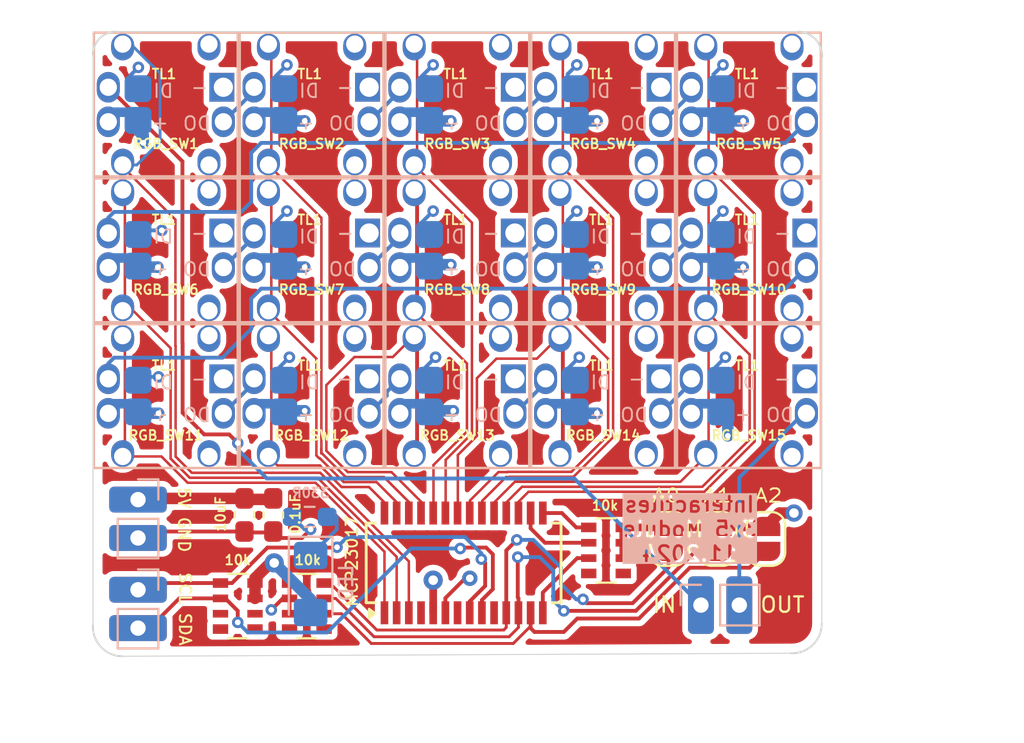
<source format=kicad_pcb>
(kicad_pcb (version 20240108) (generator "pcbnew") (generator_version "8.0")
  (layers (0 "F.Cu" signal) (1 "In1.Cu" power) (2 "In2.Cu" power) (31 "B.Cu" signal) (34 "B.Paste" user) (35 "F.Paste" user) (36 "B.SilkS" user "B.Silkscreen") (37 "F.SilkS" user "F.Silkscreen") (38 "B.Mask" user) (39 "F.Mask" user) (44 "Edge.Cuts" user))
  (net 0 "")
  (net 1 "+5V")
  (net 2 "Net-(D1-Pad1)")
  (net 3 "GND")
  (net 4 "SW2")
  (net 5 "SW5")
  (net 6 "SW8")
  (net 7 "SW10")
  (net 8 "SW9")
  (net 9 "SW15")
  (net 10 "SW12")
  (net 11 "SW11")
  (net 12 "SW1")
  (net 13 "SW6")
  (net 14 "SW4")
  (net 15 "SW3")
  (net 16 "SW14")
  (net 17 "SW13")
  (net 18 "SW7")
  (net 19 "LED_OUT")
  (net 20 "LED_IN")
  (net 21 "Net-(RGB_SW2-DIN)")
  (net 22 "Net-(RGB_SW3-DIN)")
  (net 23 "Net-(RGB_SW10-DIN)")
  (net 24 "Net-(RGB_SW4-DIN)")
  (net 25 "Net-(RGB_SW5-DIN)")
  (net 26 "Net-(RGB_SW6-DIN)")
  (net 27 "Net-(RGB_SW11-DIN)")
  (net 28 "Net-(RGB_SW8-DIN)")
  (net 29 "Net-(RGB_SW7-DIN)")
  (net 30 "Net-(RGB_SW9-DIN)")
  (net 31 "Net-(RGB_SW12-DIN)")
  (net 32 "Net-(RGB_SW13-DIN)")
  (net 33 "Net-(RGB_SW14-DIN)")
  (net 34 "Net-(RGB_SW15-DIN)")
  (net 35 "SDA")
  (net 36 "SCL")
  (net 44 "Net-(JP2-A)")
  (net 45 "Net-(JP1-A)")
  (net 46 "Net-(JP3-A)")
  (net 47 "Net-(RN2-R1.1)")
  (net 48 "Net-(RN2-R2.1)")
  (net 49 "Net-(RN2-R3.1)")
  (footprint "Resistor_SMD:R_Array_Convex_4x0603" (layer "F.Cu") (at 112.670995 86.17)
    (property "Reference" "10k")
    (property "Value" "R_Pack04")
  )
  (footprint "Package_SO:SSOP-28_3.9x9.9mm_P0.635mm" (layer "F.Cu") (at 124.448496 83.919998 90)
    (property "Reference" "U1" (hide yes))
    (property "Value" "MCP23017_ML")
  )
  (footprint "SilvansFootprintLibrary:TL1_RBG_Adressable_1_mini" (layer "F.Cu") (at 131.720995 60.02)
    (property "Reference" "RGB_SW4")
    (property "Value" "PLB_RGB_SW")
  )
  (footprint "SilvansFootprintLibrary:TL1_RBG_Adressable_1_mini" (layer "F.Cu") (at 124.120995 67.62)
    (property "Reference" "RGB_SW8")
    (property "Value" "PLB_RGB_SW")
  )
  (footprint "SilvansFootprintLibrary:TL1_RBG_Adressable_1_mini" (layer "F.Cu") (at 108.920995 67.62)
    (property "Reference" "RGB_SW6")
    (property "Value" "PLB_RGB_SW")
  )
  (footprint "Resistor_SMD:R_Array_Convex_4x0603" (layer "F.Cu") (at 116.270995 86.17)
    (property "Reference" "10k")
    (property "Value" "R_Pack04")
  )
  (footprint "SilvansFootprintLibrary:TL1_RBG_Adressable_1_mini" (layer "F.Cu") (at 139.320995 67.62)
    (property "Reference" "RGB_SW10")
    (property "Value" "PLB_RGB_SW")
  )
  (footprint "SilvansFootprintLibrary:TL1_RBG_Adressable_1_mini" (layer "F.Cu") (at 131.720995 67.62)
    (property "Reference" "RGB_SW9")
    (property "Value" "PLB_RGB_SW")
  )
  (footprint "Capacitor_SMD:C_0603_1608Metric_Pad1.08x0.95mm_HandSolder" (layer "F.Cu") (at 114.520995 81.42 -90)
    (property "Reference" "C2" (hide yes))
    (property "Value" "0.1uF")
  )
  (footprint "SilvansFootprintLibrary:TL1_RBG_Adressable_1_mini" (layer "F.Cu") (at 139.320995 60.02)
    (property "Reference" "RGB_SW5")
    (property "Value" "PLB_RGB_SW")
  )
  (footprint "SilvansFootprintLibrary:TL1_RBG_Adressable_1_mini" (layer "F.Cu") (at 131.720995 75.22)
    (property "Reference" "RGB_SW14")
    (property "Value" "PLB_RGB_SW")
  )
  (footprint "SilvansFootprintLibrary:TL1_RBG_Adressable_1_mini" (layer "F.Cu") (at 139.320995 75.22)
    (property "Reference" "RGB_SW15")
    (property "Value" "PLB_RGB_SW")
  )
  (footprint "SilvansFootprintLibrary:TL1_RBG_Adressable_1_mini" (layer "F.Cu") (at 108.920995 60.02)
    (property "Reference" "RGB_SW1")
    (property "Value" "PLB_RGB_SW")
  )
  (footprint "Jumper:SolderJumper-2_P1.3mm_Open_RoundedPad1.0x1.5mm" (layer "F.Cu") (at 140.210995 82.669999 90)
    (property "Reference" "JP3" (hide yes))
    (property "Value" "SolderJumper_2_Open")
  )
  (footprint "Jumper:SolderJumper-2_P1.3mm_Open_RoundedPad1.0x1.5mm" (layer "F.Cu") (at 135.130994 82.669996 90)
    (property "Reference" "JP1" (hide yes))
    (property "Value" "SolderJumper_2_Open")
  )
  (footprint "Capacitor_SMD:C_0603_1608Metric_Pad1.08x0.95mm_HandSolder" (layer "F.Cu") (at 113.020995 81.42 -90)
    (property "Reference" "C1" (hide yes))
    (property "Value" "10uF")
  )
  (footprint "Jumper:SolderJumper-2_P1.3mm_Open_RoundedPad1.0x1.5mm" (layer "F.Cu") (at 137.670995 82.67 90)
    (property "Reference" "JP2" (hide yes))
    (property "Value" "SolderJumper_2_Open")
  )
  (footprint "SilvansFootprintLibrary:TL1_RBG_Adressable_1_mini" (layer "F.Cu") (at 124.120995 75.22)
    (property "Reference" "RGB_SW13")
    (property "Value" "PLB_RGB_SW")
  )
  (footprint "SilvansFootprintLibrary:TL1_RBG_Adressable_1_mini" (layer "F.Cu") (at 116.520995 60.02)
    (property "Reference" "RGB_SW2")
    (property "Value" "PLB_RGB_SW")
  )
  (footprint "Resistor_SMD:R_Array_Convex_4x0603" (layer "F.Cu") (at 131.870995 83.27)
    (property "Reference" "RN2" (hide yes))
    (property "Value" "R_Pack04")
  )
  (footprint "SilvansFootprintLibrary:TL1_RBG_Adressable_1_mini" (layer "F.Cu") (at 116.520995 67.62)
    (property "Reference" "RGB_SW7")
    (property "Value" "PLB_RGB_SW")
  )
  (footprint "SilvansFootprintLibrary:TL1_RBG_Adressable_1_mini" (layer "F.Cu") (at 108.920995 75.22)
    (property "Reference" "RGB_SW11")
    (property "Value" "PLB_RGB_SW")
  )
  (footprint "SilvansFootprintLibrary:TL1_RBG_Adressable_1_mini" (layer "F.Cu") (at 124.120995 60.02)
    (property "Reference" "RGB_SW3")
    (property "Value" "PLB_RGB_SW")
  )
  (footprint "SilvansFootprintLibrary:TL1_RBG_Adressable_1_mini" (layer "F.Cu") (at 116.520995 75.22)
    (property "Reference" "RGB_SW12")
    (property "Value" "PLB_RGB_SW")
  )
  (footprint "Connector_PinHeader_2.00mm:PinHeader_1x02_P2.00mm_Vertical" (layer "B.Cu") (at 107.470995 80.62 180)
    (property "Reference" "J1" (hide yes))
    (property "Value" "PINHD_1x2_Male")
  )
  (footprint "Connector_PinHeader_2.00mm:PinHeader_1x02_P2.00mm_Vertical" (layer "B.Cu") (at 136.820995 86.12 -90)
    (property "Reference" "J4" (hide yes))
    (property "Value" "PINHD_1x2_Female")
  )
  (footprint "Connector_PinHeader_2.00mm:PinHeader_1x02_P2.00mm_Vertical" (layer "B.Cu") (at 107.470995 85.32 180)
    (property "Reference" "J2" (hide yes))
    (property "Value" "PINHD_1x2_Female")
  )
  (footprint "LED_SMD:LED_1206_3216Metric_Pad1.42x1.75mm_HandSolder" (layer "B.Cu") (at 116.470995 85.02 -90)
    (property "Reference" "LED")
    (property "Value" "LED")
  )
  (footprint "Resistor_SMD:R_0603_1608Metric_Pad0.98x0.95mm_HandSolder" (layer "B.Cu") (at 116.420995 81.52 180)
    (property "Reference" "R1" (hide yes))
    (property "Value" "330R")
  )
  (gr_line (start 105.120995 57.42) (end 105.120995 87.183342) (stroke (width 0.05)) (layer "Edge.Cuts"))
  (gr_arc (start 141.870997 56.22) (mid 142.784434 56.6091) (end 143.136715 57.537359) (stroke (width 0.1)) (layer "Edge.Cuts"))
  (gr_line (start 106.319523 56.218528) (end 141.870997 56.22) (stroke (width 0.05)) (layer "Edge.Cuts"))
  (gr_arc (start 143.120995 87.069999) (mid 142.653311 88.193585) (end 141.516655 88.62854) (stroke (width 0.1)) (layer "Edge.Cuts"))
  (gr_line (start 106.679535 88.787684) (end 141.516655 88.62854) (stroke (width 0.05)) (layer "Edge.Cuts"))
  (gr_line (start 143.136715 57.537359) (end 143.120995 87.069999) (stroke (width 0.05)) (layer "Edge.Cuts"))
  (gr_arc (start 105.119523 57.418528) (mid 105.470995 56.57) (end 106.319523 56.218528) (stroke (width 0.1)) (layer "Edge.Cuts"))
  (gr_arc (start 106.679535 88.787684) (mid 105.555947 88.32) (end 105.120995 87.183342) (stroke (width 0.1)) (layer "Edge.Cuts"))
  (gr_text "-" (at 118.770995 67.12 0) (layer "B.SilkS") (effects (font (size 0.7 0.7) (thickness 0.1)) (justify left bottom mirror)))
  (gr_text "Interactiles\n3x5 Module\n11.2024" (at 136.220995 83.92 0) (layer "B.SilkS" knockout) (effects (font (size 0.8 0.8) (thickness 0.14) (bold yes)) (justify bottom mirror)))
  (gr_text "-" (at 126.370995 67.12 0) (layer "B.SilkS") (effects (font (size 0.7 0.7) (thickness 0.1)) (justify left bottom mirror)))
  (gr_text "-" (at 126.370995 59.52 0) (layer "B.SilkS") (effects (font (size 0.7 0.7) (thickness 0.1)) (justify left bottom mirror)))
  (gr_text "-" (at 133.970995 59.52 0) (layer "B.SilkS") (effects (font (size 0.7 0.7) (thickness 0.1)) (justify left bottom mirror)))
  (gr_text "-" (at 118.770995 59.52 0) (layer "B.SilkS") (effects (font (size 0.7 0.7) (thickness 0.1)) (justify left bottom mirror)))
  (gr_text "-" (at 133.970995 67.12 0) (layer "B.SilkS") (effects (font (size 0.7 0.7) (thickness 0.1)) (justify left bottom mirror)))
  (gr_text "-" (at 141.570995 59.52 0) (layer "B.SilkS") (effects (font (size 0.7 0.7) (thickness 0.1)) (justify left bottom mirror)))
  (gr_text "MCP23017" (at 118.970995 86.27 90) (layer "F.SilkS") (effects (font (size 0.6 0.6) (thickness 0.1)) (justify left bottom)))
  (gr_text "SCL SDA" (at 109.570995 86.32 270) (layer "F.SilkS") (effects (font (size 0.6 0.6) (thickness 0.1)) (justify bottom)))
  (gr_text "OUT" (at 141.070995 86.57 0) (layer "F.SilkS") (effects (font (size 0.8 0.8) (thickness 0.12)) (justify bottom)))
  (gr_text "A0  A1  A2" (at 134.220995 80.82 0) (layer "F.SilkS") (effects (font (size 0.7 0.8) (thickness 0.1)) (justify left bottom)))
  (gr_text "IN" (at 134.920995 86.57 0) (layer "F.SilkS") (effects (font (size 0.8 0.8) (thickness 0.12)) (justify bottom)))
  (gr_text "5V GND" (at 109.520995 79.92 270) (layer "F.SilkS") (effects (font (size 0.6 0.6) (thickness 0.1)) (justify left bottom)))
  (gr_text "10k" (at 131.820995 81.22 0) (layer "F.SilkS") (effects (font (size 0.5 0.5) (thickness 0.1)) (justify bottom)))
  (segment (start 141.670995 81.32) (end 140.910994 81.32) (width 0.6) (layer "F.Cu") (net 1))
  (segment (start 140.160994 82.07) (end 140.210995 82.019999) (width 0.6) (layer "F.Cu") (net 1))
  (segment (start 140.910994 81.32) (end 140.210995 82.019999) (width 0.6) (layer "F.Cu") (net 1))
  (segment (start 132.770995 82.07) (end 140.160994 82.07) (width 0.4) (layer "F.Cu") (net 1))
  (segment (start 132.770995 82.07) (end 132.770995 83.67) (width 0.4) (layer "F.Cu") (net 1))
  (segment (start 112.720995 80.5575) (end 107.533495 80.5575) (width 0.6) (layer "F.Cu") (net 1))
  (segment (start 113.570995 85.77) (end 113.570995 84.72) (width 0.6) (layer "F.Cu") (net 1))
  (segment (start 114.370995 83.92) (end 114.570995 83.92) (width 0.6) (layer "F.Cu") (net 1))
  (segment (start 113.570995 84.72) (end 114.370995 83.92) (width 0.6) (layer "F.Cu") (net 1))
  (segment (start 122.860996 84.82) (end 122.860996 86.519998) (width 0.4) (layer "F.Cu") (net 1))
  (segment (start 113.020995 80.6075) (end 114.520995 80.6075) (width 0.6) (layer "F.Cu") (net 1))
  (segment (start 107.533495 80.5575) (end 107.470995 80.62) (width 0.6) (layer "F.Cu") (net 1))
  (via (at 107.743995 62.019) (size 0.6) (drill 0.3) (layers "F.Cu" "B.Cu") (net 1))
  (via (at 116.161586 75.989) (size 0.6) (drill 0.3) (layers "F.Cu" "B.Cu") (net 1))
  (via (at 114.570995 83.92) (size 1) (drill 0.5) (layers "F.Cu" "B.Cu") (net 1))
  (via (at 131.401586 60.876) (size 0.6) (drill 0.3) (layers "F.Cu" "B.Cu") (net 1))
  (via (at 123.908586 75.989) (size 0.6) (drill 0.3) (layers "F.Cu" "B.Cu") (net 1))
  (via (at 141.670995 81.32) (size 0.9) (drill 0.5) (layers "F.Cu" "B.Cu") (net 1))
  (via (at 108.505995 68.496) (size 0.6) (drill 0.3) (layers "F.Cu" "B.Cu") (net 1))
  (via (at 131.401586 76.116) (size 0.6) (drill 0.3) (layers "F.Cu" "B.Cu") (net 1))
  (via (at 108.541586 76.116) (size 0.6) (drill 0.3) (layers "F.Cu" "B.Cu") (net 1))
  (via (at 131.401586 68.496) (size 0.6) (drill 0.3) (layers "F.Cu" "B.Cu") (net 1))
  (via (at 116.161586 68.496) (size 0.6) (drill 0.3) (layers "F.Cu" "B.Cu") (net 1))
  (via (at 123.781586 60.876) (size 0.6) (drill 0.3) (layers "F.Cu" "B.Cu") (net 1))
  (via (at 116.161586 60.876) (size 0.6) (drill 0.3) (layers "F.Cu" "B.Cu") (net 1))
  (via (at 123.781586 68.369) (size 0.6) (drill 0.3) (layers "F.Cu" "B.Cu") (net 1))
  (via (at 138.223994 77.294591) (size 0.6) (drill 0.3) (layers "F.Cu" "B.Cu") (net 1))
  (via (at 122.860996 84.82) (size 1) (drill 0.5) (layers "F.Cu" "B.Cu") (net 1))
  (via (at 139.021586 68.496) (size 0.6) (drill 0.3) (layers "F.Cu" "B.Cu") (net 1))
  (via (at 139.021586 60.876) (size 0.6) (drill 0.3) (layers "F.Cu" "B.Cu") (net 1))
  (segment (start 131.401586 76.116) (end 130.568403 76.116) (width 0.6) (layer "B.Cu") (net 1))
  (segment (start 107.743995 62.019) (end 107.743995 61.643) (width 0.6) (layer "B.Cu") (net 1))
  (segment (start 139.021586 60.876) (end 138.188403 60.876) (width 0.6) (layer "B.Cu") (net 1))
  (segment (start 116.161586 60.876) (end 115.328403 60.876) (width 0.6) (layer "B.Cu") (net 1))
  (segment (start 108.505995 68.496) (end 107.672812 68.496) (width 0.6) (layer "B.Cu") (net 1))
  (segment (start 107.743995 61.643) (end 107.070995 60.97) (width 0.6) (layer "B.Cu") (net 1))
  (segment (start 123.781586 68.369) (end 122.948403 68.369) (width 0.6) (layer "B.Cu") (net 1))
  (segment (start 114.570995 83.92) (end 116.470994 85.819999) (width 0.6) (layer "B.Cu") (net 1))
  (segment (start 131.401586 68.496) (end 130.568403 68.496) (width 0.6) (layer "B.Cu") (net 1))
  (segment (start 108.541586 76.116) (end 107.708403 76.116) (width 0.6) (layer "B.Cu") (net 1))
  (segment (start 107.672812 68.496) (end 107.598812 68.57) (width 0.6) (layer "B.Cu") (net 1))
  (segment (start 123.781586 60.876) (end 122.948403 60.876) (width 0.6) (layer "B.Cu") (net 1))
  (segment (start 116.470994 85.819999) (end 116.470994 86.5075) (width 0.6) (layer "B.Cu") (net 1))
  (segment (start 116.161586 68.496) (end 115.328403 68.496) (width 0.6) (layer "B.Cu") (net 1))
  (segment (start 123.908586 75.989) (end 123.075403 75.989) (width 0.6) (layer "B.Cu") (net 1))
  (segment (start 116.161586 75.989) (end 115.328403 75.989) (width 0.6) (layer "B.Cu") (net 1))
  (segment (start 139.021586 68.496) (end 138.188403 68.496) (width 0.6) (layer "B.Cu") (net 1))
  (segment (start 122.982995 68.57) (end 122.270995 68.57) (width 0.6) (layer "B.Cu") (net 1))
  (segment (start 137.570995 68.57) (end 137.470995 68.57) (width 0.6) (layer "B.Cu") (net 1))
  (segment (start 108.597995 80.62) (end 107.470995 80.62) (width 0.6) (layer "B.Cu") (net 1))
  (segment (start 137.570995 76.17) (end 137.470995 76.17) (width 0.6) (layer "B.Cu") (net 1))
  (segment (start 107.534997 80.684002) (end 107.470995 80.62) (width 0.6) (layer "B.Cu") (net 1))
  (segment (start 131.401586 60.876) (end 130.568403 60.876) (width 0.6) (layer "B.Cu") (net 1))
  (segment (start 138.223994 77.294591) (end 138.223995 76.461408) (width 0.6) (layer "B.Cu") (net 1))
  (segment (start 117.833495 82.170001) (end 116.470996 83.5325) (width 0.2) (layer "B.Cu") (net 2))
  (segment (start 117.833495 81.52) (end 117.833495 82.170001) (width 0.2) (layer "B.Cu") (net 2))
  (segment (start 115.020996 85.769999) (end 115.370992 85.769999) (width 0.2) (layer "F.Cu") (net 3))
  (segment (start 124.530994 84.72) (end 123.495997 85.754997) (width 0.2) (layer "F.Cu") (net 3))
  (segment (start 114.520995 82.3325) (end 113.020995 82.3325) (width 0.2) (layer "F.Cu") (net 3))
  (segment (start 114.858495 82.62) (end 114.520995 82.2825) (width 0.2) (layer "F.Cu") (net 3))
  (segment (start 115.370994 84.969999) (end 115.370995 86.569999) (width 0.2) (layer "F.Cu") (net 3))
  (segment (start 114.420995 86.37) (end 115.020996 85.769999) (width 0.2) (layer "F.Cu") (net 3))
  (segment (start 116.470995 82.17) (end 116.020995 82.62) (width 0.2) (layer "F.Cu") (net 3))
  (segment (start 116.020995 82.62) (end 114.858495 82.62) (width 0.2) (layer "F.Cu") (net 3))
  (segment (start 123.495997 85.754997) (end 123.495997 86.520002) (width 0.2) (layer "F.Cu") (net 3))
  (segment (start 124.770995 84.72) (end 124.530994 84.72) (width 0.2) (layer "F.Cu") (net 3))
  (segment (start 112.720995 82.2825) (end 107.808495 82.2825) (width 0.2) (layer "F.Cu") (net 3))
  (segment (start 107.808495 82.2825) (end 107.470995 82.62) (width 0.2) (layer "F.Cu") (net 3))
  (via (at 138.096995 73.195) (size 0.6) (drill 0.3) (layers "F.Cu" "B.Cu") (net 3))
  (via (at 115.236995 65.575) (size 0.6) (drill 0.3) (layers "F.Cu" "B.Cu") (net 3))
  (via (at 115.236995 57.955) (size 0.6) (drill 0.3) (layers "F.Cu" "B.Cu") (net 3))
  (via (at 130.476995 73.195) (size 0.6) (drill 0.3) (layers "F.Cu" "B.Cu") (net 3))
  (via (at 107.489995 58.082) (size 0.6) (drill 0.3) (layers "F.Cu" "B.Cu") (net 3))
  (via (at 122.856995 57.955) (size 0.6) (drill 0.3) (layers "F.Cu" "B.Cu") (net 3))
  (via (at 130.349995 65.575) (size 0.6) (drill 0.3) (layers "F.Cu" "B.Cu") (net 3))
  (via (at 124.770995 84.72) (size 0.8) (drill 0.4) (layers "F.Cu" "B.Cu") (net 3))
  (via (at 122.983995 73.195) (size 0.6) (drill 0.3) (layers "F.Cu" "B.Cu") (net 3))
  (via (at 116.470995 82.17) (size 0.6) (drill 0.3) (layers "F.Cu" "B.Cu") (net 3))
  (via (at 130.349995 57.955) (size 0.6) (drill 0.3) (layers "F.Cu" "B.Cu") (net 3))
  (via (at 108.70976 66.581235) (size 0.6) (drill 0.3) (layers "F.Cu" "B.Cu") (net 3))
  (via (at 137.969995 65.575) (size 0.6) (drill 0.3) (layers "F.Cu" "B.Cu") (net 3))
  (via (at 114.420995 86.37) (size 0.6) (drill 0.3) (layers "F.Cu" "B.Cu") (net 3))
  (via (at 108.540995 74.22) (size 0.6) (drill 0.3) (layers "F.Cu" "B.Cu") (net 3))
  (via (at 122.856995 65.575) (size 0.6) (drill 0.3) (layers "F.Cu" "B.Cu") (net 3))
  (via (at 115.363995 73.195) (size 0.6) (drill 0.3) (layers "F.Cu" "B.Cu") (net 3))
  (via (at 137.969995 57.955) (size 0.6) (drill 0.3) (layers "F.Cu" "B.Cu") (net 3))
  (segment (start 107.220995 74.22) (end 107.070995 74.37) (width 0.2) (layer "B.Cu") (net 3))
  (segment (start 137.470995 58.454) (end 137.969995 57.955) (width 0.2) (layer "B.Cu") (net 3))
  (segment (start 107.489995 58.082) (end 107.070995 58.501) (width 0.2) (layer "B.Cu") (net 3))
  (segment (start 129.870995 58.434) (end 130.349995 57.955) (width 0.2) (layer "B.Cu") (net 3))
  (segment (start 129.870995 66.054) (end 130.349995 65.575) (width 0.2) (layer "B.Cu") (net 3))
  (segment (start 137.470995 73.821) (end 138.096995 73.195) (width 0.2) (layer "B.Cu") (net 3))
  (segment (start 137.470995 66.77) (end 137.470995 66.074) (width 0.2) (layer "B.Cu") (net 3))
  (segment (start 122.270995 74.37) (end 122.270995 73.908) (width 0.2) (layer "B.Cu") (net 3))
  (segment (start 122.270995 59.17) (end 122.270995 58.541) (width 0.2) (layer "B.Cu") (net 3))
  (segment (start 122.270995 66.161) (end 122.856995 65.575) (width 0.2) (layer "B.Cu") (net 3))
  (segment (start 129.870995 59.17) (end 129.870995 58.434) (width 0.2) (layer "B.Cu") (net 3))
  (segment (start 114.670995 66.77) (end 114.670995 66.141) (width 0.2) (layer "B.Cu") (net 3))
  (segment (start 116.470995 82.17) (end 116.158495 82.17) (width 0.2) (layer "B.Cu") (net 3))
  (segment (start 107.070995 58.501) (end 107.070995 59.17) (width 0.2) (layer "B.Cu") (net 3))
  (segment (start 137.470995 59.17) (end 137.470995 58.454) (width 0.2) (layer "B.Cu") (net 3))
  (segment (start 137.470995 66.074) (end 137.969995 65.575) (width 0.2) (layer "B.Cu") (net 3))
  (segment (start 108.540995 74.22) (end 107.220995 74.22) (width 0.2) (layer "B.Cu") (net 3))
  (segment (start 108.70976 66.581235) (end 107.25976 66.581235) (width 0.2) (layer "B.Cu") (net 3))
  (segment (start 129.870995 74.37) (end 129.870995 73.801) (width 0.2) (layer "B.Cu") (net 3))
  (segment (start 137.470995 74.37) (end 137.470995 73.821) (width 0.2) (layer "B.Cu") (net 3))
  (segment (start 122.270995 58.541) (end 122.856995 57.955) (width 0.2) (layer "B.Cu") (net 3))
  (segment (start 114.670995 66.141) (end 115.236995 65.575) (width 0.2) (layer "B.Cu") (net 3))
  (segment (start 122.270995 73.908) (end 122.983995 73.195) (width 0.2) (layer "B.Cu") (net 3))
  (segment (start 129.870995 73.801) (end 130.476995 73.195) (width 0.2) (layer "B.Cu") (net 3))
  (segment (start 116.158495 82.17) (end 115.508495 81.52) (width 0.2) (layer "B.Cu") (net 3))
  (segment (start 122.270995 66.77) (end 122.270995 66.161) (width 0.2) (layer "B.Cu") (net 3))
  (segment (start 114.670995 58.521) (end 115.236995 57.955) (width 0.2) (layer "B.Cu") (net 3))
  (segment (start 129.870995 66.77) (end 129.870995 66.054) (width 0.2) (layer "B.Cu") (net 3))
  (segment (start 107.25976 66.581235) (end 107.070995 66.77) (width 0.2) (layer "B.Cu") (net 3))
  (segment (start 114.670995 59.17) (end 114.670995 58.521) (width 0.2) (layer "B.Cu") (net 3))
  (segment (start 114.670995 74.37) (end 114.670995 73.888) (width 0.2) (layer "B.Cu") (net 3))
  (segment (start 114.670995 73.888) (end 115.363995 73.195) (width 0.2) (layer "B.Cu") (net 3))
  (segment (start 117.030995 65.93) (end 114.270995 63.17) (width 0.13) (layer "F.Cu") (net 4))
  (segment (start 117.030995 78.21) (end 117.030995 77.97) (width 0.13) (layer "F.Cu") (net 4))
  (segment (start 118.297681 79.445) (end 117.06268 78.209999) (width 0.13) (layer "F.Cu") (net 4))
  (segment (start 121.590994 80.739999) (end 120.295995 79.445) (width 0.13) (layer "F.Cu") (net 4))
  (segment (start 117.030995 77.97) (end 117.030995 65.93) (width 0.13) (layer "F.Cu") (net 4))
  (segment (start 117.030995 78.209999) (end 117.030995 77.97) (width 0.13) (layer "F.Cu") (net 4))
  (segment (start 114.270995 63.17) (end 114.420995 63.02) (width 0.2) (layer "F.Cu") (net 4))
  (segment (start 114.420995 63.02) (end 114.420995 57.02) (width 0.13) (layer "F.Cu") (net 4))
  (segment (start 120.295995 79.445) (end 118.297681 79.445) (width 0.13) (layer "F.Cu") (net 4))
  (segment (start 117.06268 78.209999) (end 117.030995 78.209999) (width 0.13) (layer "F.Cu") (net 4))
  (segment (start 121.590994 81.319997) (end 121.590994 80.739999) (width 0.13) (layer "F.Cu") (net 4))
  (segment (start 114.420995 57.02) (end 114.270995 56.87) (width 0.2) (layer "F.Cu") (net 4))
  (segment (start 136.998691 80.21) (end 139.620995 77.587696) (width 0.13) (layer "F.Cu") (net 5))
  (segment (start 127.830995 80.21) (end 136.998691 80.21) (width 0.13) (layer "F.Cu") (net 5))
  (segment (start 127.320995 80.97) (end 127.313496 80.962501) (width 0.13) (layer "F.Cu") (net 5))
  (segment (start 139.620995 77.587696) (end 139.620995 65.72) (width 0.13) (layer "F.Cu") (net 5))
  (segment (start 137.220995 63.02) (end 137.220995 57.02) (width 0.13) (layer "F.Cu") (net 5))
  (segment (start 137.070995 63.17) (end 137.220995 63.02) (width 0.13) (layer "F.Cu") (net 5))
  (segment (start 127.305998 80.984997) (end 127.320995 80.97) (width 0.13) (layer "F.Cu") (net 5))
  (segment (start 127.305998 81.319997) (end 127.305998 80.984997) (width 0.13) (layer "F.Cu") (net 5))
  (segment (start 127.313496 80.962501) (end 127.313496 80.727499) (width 0.13) (layer "F.Cu") (net 5))
  (segment (start 139.620995 65.72) (end 137.070995 63.17) (width 0.13) (layer "F.Cu") (net 5))
  (segment (start 137.220995 57.02) (end 137.070995 56.87) (width 0.13) (layer "F.Cu") (net 5))
  (segment (start 127.313496 80.727499) (end 127.830995 80.21) (width 0.13) (layer "F.Cu") (net 5))
  (segment (start 122.020995 70.62) (end 122.020995 64.62) (width 0.2) (layer "F.Cu") (net 6))
  (segment (start 122.020995 64.62) (end 121.870995 64.47) (width 0.2) (layer "F.Cu") (net 6))
  (segment (start 121.870995 70.77) (end 122.020995 70.62) (width 0.2) (layer "F.Cu") (net 6))
  (segment (start 124.620995 77.07) (end 122.875993 78.815002) (width 0.13) (layer "F.Cu") (net 6))
  (segment (start 124.620995 73.52) (end 121.870995 70.77) (width 0.13) (layer "F.Cu") (net 6))
  (segment (start 124.620995 77.07) (end 124.620995 73.52) (width 0.13) (layer "F.Cu") (net 6))
  (segment (start 122.875993 78.815002) (end 122.875993 81.220001) (width 0.13) (layer "F.Cu") (net 6))
  (segment (start 139.360995 77.48) (end 136.890995 79.95) (width 0.13) (layer "F.Cu") (net 7))
  (segment (start 139.360995 73.06) (end 139.360995 77.48) (width 0.13) (layer "F.Cu") (net 7))
  (segment (start 127.490995 79.95) (end 126.670997 80.769998) (width 0.13) (layer "F.Cu") (net 7))
  (segment (start 126.670997 80.769998) (end 126.670997 81.32) (width 0.13) (layer "F.Cu") (net 7))
  (segment (start 137.070995 70.77) (end 137.220995 70.62) (width 0.13) (layer "F.Cu") (net 7))
  (segment (start 136.890995 79.95) (end 127.490995 79.95) (width 0.13) (layer "F.Cu") (net 7))
  (segment (start 137.220995 64.62) (end 137.070995 64.47) (width 0.13) (layer "F.Cu") (net 7))
  (segment (start 137.070995 70.77) (end 139.360995 73.06) (width 0.13) (layer "F.Cu") (net 7))
  (segment (start 137.220995 70.62) (end 137.220995 64.62) (width 0.13) (layer "F.Cu") (net 7))
  (segment (start 126.260989 79.185) (end 124.780993 80.664996) (width 0.13) (layer "F.Cu") (net 8))
  (segment (start 130.070995 79.17) (end 126.751613 79.17) (width 0.13) (layer "F.Cu") (net 8))
  (segment (start 126.736613 79.185) (end 126.260989 79.185) (width 0.13) (layer "F.Cu") (net 8))
  (segment (start 131.981995 77.259) (end 130.070995 79.17) (width 0.13) (layer "F.Cu") (net 8))
  (segment (start 124.780993 81.305001) (end 124.765996 81.319998) (width 0.13) (layer "F.Cu") (net 8))
  (segment (start 129.620995 64.62) (end 129.470995 64.47) (width 0.2) (layer "F.Cu") (net 8))
  (segment (start 129.470995 70.77) (end 131.981995 73.281) (width 0.13) (layer "F.Cu") (net 8))
  (segment (start 124.780993 80.664996) (end 124.780993 81.305001) (width 0.13) (layer "F.Cu") (net 8))
  (segment (start 129.620995 70.62) (end 129.620995 64.62) (width 0.13) (layer "F.Cu") (net 8))
  (segment (start 131.981995 73.281) (end 131.981995 77.259) (width 0.13) (layer "F.Cu") (net 8))
  (segment (start 129.470995 70.77) (end 129.620995 70.62) (width 0.2) (layer "F.Cu") (net 8))
  (segment (start 126.751613 79.17) (end 126.736613 79.185) (width 0.13) (layer "F.Cu") (net 8))
  (segment (start 135.750994 79.690001) (end 127.118301 79.69) (width 0.13) (layer "F.Cu") (net 9))
  (segment (start 137.070995 78.37) (end 135.750994 79.690001) (width 0.13) (layer "F.Cu") (net 9))
  (segment (start 127.118301 79.69) (end 126.050993 80.757308) (width 0.13) (layer "F.Cu") (net 9))
  (segment (start 137.070995 78.37) (end 137.220995 78.22) (width 0.13) (layer "F.Cu") (net 9))
  (segment (start 137.220995 72.22) (end 137.070995 72.07) (width 0.13) (layer "F.Cu") (net 9))
  (segment (start 137.220995 78.22) (end 137.220995 72.22) (width 0.13) (layer "F.Cu") (net 9))
  (segment (start 116.957289 78.84) (end 114.740995 78.84) (width 0.13) (layer "F.Cu") (net 10))
  (segment (start 120.320994 81.319996) (end 120.320994 80.769999) (width 0.13) (layer "F.Cu") (net 10))
  (segment (start 118.082289 79.965) (end 116.957289 78.84) (width 0.13) (layer "F.Cu") (net 10))
  (segment (start 114.270995 78.37) (end 114.420995 78.22) (width 0.13) (layer "F.Cu") (net 10))
  (segment (start 120.320994 80.769999) (end 119.515995 79.965) (width 0.13) (layer "F.Cu") (net 10))
  (segment (start 114.420995 78.22) (end 114.420995 72.22) (width 0.13) (layer "F.Cu") (net 10))
  (segment (start 119.515995 79.965) (end 118.082289 79.965) (width 0.13) (layer "F.Cu") (net 10))
  (segment (start 114.420995 72.22) (end 114.270995 72.07) (width 0.13) (layer "F.Cu") (net 10))
  (segment (start 114.740995 78.84) (end 114.270995 78.37) (width 0.13) (layer "F.Cu") (net 10))
  (segment (start 109.055995 78.735) (end 108.690995 78.37) (width 0.13) (layer "F.Cu") (net 11))
  (segment (start 110.059299 79.74) (end 109.055995 78.736696) (width 0.13) (layer "F.Cu") (net 11))
  (segment (start 120.320994 86.519999) (end 120.320994 83.337695) (width 0.13) (layer "F.Cu") (net 11))
  (segment (start 108.690995 78.37) (end 106.670995 78.37) (width 0.13) (layer "F.Cu") (net 11))
  (segment (start 116.723299 79.74) (end 110.059299 79.74) (width 0.13) (layer "F.Cu") (net 11))
  (segment (start 106.785995 72.185) (end 106.785995 78.255) (width 0.13) (layer "F.Cu") (net 11))
  (segment (start 109.055995 78.736696) (end 109.055995 78.735) (width 0.13) (layer "F.Cu") (net 11))
  (segment (start 106.785995 78.255) (end 106.670995 78.37) (width 0.13) (layer "F.Cu") (net 11))
  (segment (start 120.320994 83.337695) (end 116.723299 79.74) (width 0.13) (layer "F.Cu") (net 11))
  (segment (start 106.670995 72.07) (end 106.785995 72.185) (width 0.13) (layer "F.Cu") (net 11))
  (segment (start 117.974594 80.225001) (end 117.975996 80.225001) (width 0.13) (layer "F.Cu") (net 12))
  (segment (start 109.430995 78.374608) (end 109.575996 78.519609) (width 0.13) (layer "F.Cu") (net 12))
  (segment (start 110.274691 79.22) (end 116.969593 79.22) (width 0.13) (layer "F.Cu") (net 12))
  (segment (start 109.575996 78.519609) (end 109.575996 78.521305) (width 0.13) (layer "F.Cu") (net 12))
  (segment (start 109.420995 66.024038) (end 109.420995 72.602304) (width 0.13) (layer "F.Cu") (net 12))
  (segment (start 106.670995 63.274038) (end 109.420995 66.024038) (width 0.13) (layer "F.Cu") (net 12))
  (segment (start 109.430995 72.612304) (end 109.430995 78.374608) (width 0.13) (layer "F.Cu") (net 12))
  (segment (start 117.975996 80.225001) (end 121.590994 83.839999) (width 0.13) (layer "F.Cu") (net 12))
  (segment (start 121.590994 83.839999) (end 121.590994 86.519999) (width 0.13) (layer "F.Cu") (net 12))
  (segment (start 109.420995 72.602304) (end 109.430995 72.612304) (width 0.13) (layer "F.Cu") (net 12))
  (segment (start 109.575996 78.521305) (end 110.274691 79.22) (width 0.13) (layer "F.Cu") (net 12))
  (segment (start 106.670995 63.269724) (end 106.670995 63.274038) (width 0.13) (layer "F.Cu") (net 12))
  (segment (start 116.969593 79.22) (end 117.974594 80.225001) (width 0.13) (layer "F.Cu") (net 12))
  (segment (start 108.620995 61.955173) (end 107.406168 63.17) (width 0.15) (layer "B.Cu") (net 12))
  (segment (start 107.406168 63.17) (end 106.670995 63.17) (width 0.15) (layer "B.Cu") (net 12))
  (segment (start 108.620995 58.399827) (end 108.620995 61.955173) (width 0.15) (layer "B.Cu") (net 12))
  (segment (start 106.670995 56.87) (end 107.091168 56.87) (width 0.15) (layer "B.Cu") (net 12))
  (segment (start 107.091168 56.87) (end 108.620995 58.399827) (width 0.15) (layer "B.Cu") (net 12))
  (segment (start 120.956 83.605005) (end 120.956 86.519999) (width 0.13) (layer "F.Cu") (net 13))
  (segment (start 110.166995 79.48) (end 116.830995 79.48) (width 0.13) (layer "F.Cu") (net 13))
  (segment (start 107.220995 70.77) (end 109.170995 72.72) (width 0.13) (layer "F.Cu") (net 13))
  (segment (start 106.785995 64.585) (end 106.785995 70.655) (width 0.13) (layer "F.Cu") (net 13))
  (segment (start 109.170995 72.72) (end 109.170995 78.482304) (width 0.13) (layer "F.Cu") (net 13))
  (segment (start 106.670995 64.47) (end 106.785995 64.585) (width 0.13) (layer "F.Cu") (net 13))
  (segment (start 109.315996 78.629001) (end 110.166995 79.48) (width 0.13) (layer "F.Cu") (net 13))
  (segment (start 109.315996 78.627305) (end 109.315996 78.629001) (width 0.13) (layer "F.Cu") (net 13))
  (segment (start 109.170995 78.482304) (end 109.315996 78.627305) (width 0.13) (layer "F.Cu") (net 13))
  (segment (start 106.670995 70.77) (end 107.220995 70.77) (width 0.13) (layer "F.Cu") (net 13))
  (segment (start 106.785995 70.655) (end 106.670995 70.77) (width 0.13) (layer "F.Cu") (net 13))
  (segment (start 116.830995 79.48) (end 120.956 83.605005) (width 0.13) (layer "F.Cu") (net 13))
  (segment (start 130.178691 79.43) (end 126.859309 79.43) (width 0.13) (layer "F.Cu") (net 14))
  (segment (start 126.655989 79.445) (end 125.415992 80.684997) (width 0.13) (layer "F.Cu") (net 14))
  (segment (start 129.620995 63.02) (end 129.620995 57.02) (width 0.13) (layer "F.Cu") (net 14))
  (segment (start 132.241995 65.941) (end 132.241995 77.366696) (width 0.13) (layer "F.Cu") (net 14))
  (segment (start 126.844309 79.445) (end 126.655989 79.445) (width 0.13) (layer "F.Cu") (net 14))
  (segment (start 129.620995 57.02) (end 129.470995 56.87) (width 0.13) (layer "F.Cu") (net 14))
  (segment (start 129.470995 63.17) (end 129.620995 63.02) (width 0.13) (layer "F.Cu") (net 14))
  (segment (start 125.415992 81.304997) (end 125.400995 81.319994) (width 0.13) (layer "F.Cu") (net 14))
  (segment (start 126.859309 79.43) (end 126.844309 79.445) (width 0.13) (layer "F.Cu") (net 14))
  (segment (start 129.470995 63.17) (end 132.241995 65.941) (width 0.13) (layer "F.Cu") (net 14))
  (segment (start 132.241995 77.366696) (end 130.178691 79.43) (width 0.13) (layer "F.Cu") (net 14))
  (segment (start 125.415992 80.684997) (end 125.415992 81.304997) (width 0.13) (layer "F.Cu") (net 14))
  (segment (start 122.020995 63.02) (end 122.020995 57.02) (width 0.13) (layer "F.Cu") (net 15))
  (segment (start 124.880995 66.18) (end 124.880995 77.177696) (width 0.13) (layer "F.Cu") (net 15))
  (segment (start 121.870995 63.17) (end 122.020995 63.02) (width 0.2) (layer "F.Cu") (net 15))
  (segment (start 123.510991 78.5477) (end 123.510991 81.220001) (width 0.13) (layer "F.Cu") (net 15))
  (segment (start 122.020995 57.02) (end 121.870995 56.87) (width 0.2) (layer "F.Cu") (net 15))
  (segment (start 121.870995 63.17) (end 124.880995 66.18) (width 0.13) (layer "F.Cu") (net 15))
  (segment (start 124.880995 77.177696) (end 123.510991 78.5477) (width 0.13) (layer "F.Cu") (net 15))
  (segment (start 128.270995 73.27) (end 129.470995 72.07) (width 0.13) (layer "F.Cu") (net 16))
  (segment (start 124.145993 78.295002) (end 124.145993 81.220001) (width 0.13) (layer "F.Cu") (net 16))
  (segment (start 126.160995 73.27) (end 128.270995 73.27) (width 0.13) (layer "F.Cu") (net 16))
  (segment (start 125.140995 74.29) (end 126.160995 73.27) (width 0.13) (layer "F.Cu") (net 16))
  (segment (start 129.620995 78.22) (end 129.620995 72.22) (width 0.2) (layer "F.Cu") (net 16))
  (segment (start 125.140995 77.3) (end 125.140995 74.29) (width 0.13) (layer "F.Cu") (net 16))
  (segment (start 125.140995 77.3) (end 124.145993 78.295002) (width 0.13) (layer "F.Cu") (net 16))
  (segment (start 129.620995 72.22) (end 129.470995 72.07) (width 0.2) (layer "F.Cu") (net 16))
  (segment (start 129.470995 78.37) (end 129.620995 78.22) (width 0.2) (layer "F.Cu") (net 16))
  (segment (start 120.685995 79.185) (end 122.240994 80.739999) (width 0.13) (layer "F.Cu") (net 17))
  (segment (start 121.870995 72.07) (end 120.755995 73.185) (width 0.13) (layer "F.Cu") (net 17))
  (segment (start 122.020995 72.22) (end 121.870995 72.07) (width 0.2) (layer "F.Cu") (net 17))
  (segment (start 117.290995 78.070618) (end 118.405377 79.185) (width 0.13) (layer "F.Cu") (net 17))
  (segment (start 118.755995 73.185) (end 117.290995 74.65) (width 0.13) (layer "F.Cu") (net 17))
  (segment (start 118.405377 79.185) (end 120.685995 79.185) (width 0.13) (layer "F.Cu") (net 17))
  (segment (start 122.020995 78.22) (end 122.020995 72.22) (width 0.2) (layer "F.Cu") (net 17))
  (segment (start 122.240994 81.304999) (end 122.225997 81.319996) (width 0.13) (layer "F.Cu") (net 17))
  (segment (start 121.870995 78.37) (end 122.020995 78.22) (width 0.2) (layer "F.Cu") (net 17))
  (segment (start 117.290995 74.65) (end 117.290995 78.070618) (width 0.13) (layer "F.Cu") (net 17))
  (segment (start 120.755995 73.185) (end 118.755995 73.185) (width 0.13) (layer "F.Cu") (net 17))
  (segment (start 122.240994 80.739999) (end 122.240994 81.304999) (width 0.13) (layer "F.Cu") (net 17))
  (segment (start 119.905995 79.705) (end 118.189985 79.705) (width 0.13) (layer "F.Cu") (net 18))
  (segment (start 114.420995 70.62) (end 114.420995 64.62) (width 0.13) (layer "F.Cu") (net 18))
  (segment (start 116.923299 78.47) (end 116.770995 78.317696) (width 0.13) (layer "F.Cu") (net 18))
  (segment (start 116.770995 73.27) (end 114.270995 70.77) (width 0.13) (layer "F.Cu") (net 18))
  (segment (start 120.955996 80.755001) (end 119.905995 79.705) (width 0.13) (layer "F.Cu") (net 18))
  (segment (start 116.770995 78.317696) (end 116.770995 73.27) (width 0.13) (layer "F.Cu") (net 18))
  (segment (start 116.954985 78.47) (end 116.923299 78.47) (width 0.13) (layer "F.Cu") (net 18))
  (segment (start 114.270995 70.77) (end 114.420995 70.62) (width 0.13) (layer "F.Cu") (net 18))
  (segment (start 120.955996 81.319996) (end 120.955996 80.755001) (width 0.13) (layer "F.Cu") (net 18))
  (segment (start 118.189985 79.705) (end 116.954985 78.47) (width 0.13) (layer "F.Cu") (net 18))
  (segment (start 114.420995 64.62) (end 114.270995 64.47) (width 0.13) (layer "F.Cu") (net 18))
  (segment (start 138.820995 79.47) (end 138.820995 86.12) (width 0.2) (layer "B.Cu") (net 19))
  (segment (start 142.170995 76.12) (end 138.820995 79.47) (width 0.2) (layer "B.Cu") (net 19))
  (segment (start 142.320995 76.12) (end 142.170995 76.12) (width 0.2) (layer "B.Cu") (net 19))
  (segment (start 110.920995 77.22) (end 109.795995 76.095) (width 0.2) (layer "F.Cu") (net 20))
  (segment (start 109.785995 72.451116) (end 109.785995 62.985) (width 0.2) (layer "F.Cu") (net 20))
  (segment (start 109.795995 72.461116) (end 109.785995 72.451116) (width 0.2) (layer "F.Cu") (net 20))
  (segment (start 112.670995 77.67) (end 112.220995 77.22) (width 0.2) (layer "F.Cu") (net 20))
  (segment (start 112.220995 77.22) (end 110.920995 77.22) (width 0.2) (layer "F.Cu") (net 20))
  (segment (start 109.785995 62.985) (end 105.920995 59.12) (width 0.2) (layer "F.Cu") (net 20))
  (segment (start 109.795995 76.095) (end 109.795995 72.461116) (width 0.2) (layer "F.Cu") (net 20))
  (via (at 112.670995 77.67) (size 0.6) (drill 0.3) (layers "F.Cu" "B.Cu") (net 20))
  (segment (start 112.670995 78.000116) (end 114.190879 79.52) (width 0.2) (layer "B.Cu") (net 20))
  (segment (start 114.190879 79.52) (end 130.220995 79.52) (width 0.2) (layer "B.Cu") (net 20))
  (segment (start 130.220995 79.52) (end 136.820995 86.12) (width 0.2) (layer "B.Cu") (net 20))
  (segment (start 112.670995 77.67) (end 112.670995 78.000116) (width 0.2) (layer "B.Cu") (net 20))
  (segment (start 113.520995 59.32) (end 113.520995 59.12) (width 0.2) (layer "B.Cu") (net 21))
  (segment (start 111.920995 60.92) (end 113.520995 59.32) (width 0.2) (layer "B.Cu") (net 21))
  (segment (start 119.520995 60.92) (end 121.120995 59.32) (width 0.2) (layer "B.Cu") (net 22))
  (segment (start 121.120995 59.32) (end 121.120995 59.12) (width 0.2) (layer "B.Cu") (net 22))
  (segment (start 134.720995 68.52) (end 136.320995 66.92) (width 0.2) (layer "B.Cu") (net 23))
  (segment (start 136.320995 66.92) (end 136.320995 66.72) (width 0.2) (layer "B.Cu") (net 23))
  (segment (start 128.720995 59.32) (end 128.720995 59.12) (width 0.2) (layer "B.Cu") (net 24))
  (segment (start 127.120995 60.92) (end 128.720995 59.32) (width 0.2) (layer "B.Cu") (net 24))
  (segment (start 136.320995 59.44) (end 136.320995 59.12) (width 0.2) (layer "B.Cu") (net 25))
  (segment (start 134.720995 60.92) (end 134.840995 60.92) (width 0.2) (layer "B.Cu") (net 25))
  (segment (start 134.840995 60.92) (end 136.320995 59.44) (width 0.2) (layer "B.Cu") (net 25))
  (segment (start 113.890879 62.02) (end 141.220995 62.02) (width 0.2) (layer "B.Cu") (net 26))
  (segment (start 106.220996 65.62) (end 112.851111 65.62) (width 0.2) (layer "B.Cu") (net 26))
  (segment (start 113.370995 65.100116) (end 113.370995 62.539884) (width 0.2) (layer "B.Cu") (net 26))
  (segment (start 113.370995 62.539884) (end 113.890879 62.02) (width 0.2) (layer "B.Cu") (net 26))
  (segment (start 105.920995 65.920001) (end 106.220996 65.62) (width 0.2) (layer "B.Cu") (net 26))
  (segment (start 112.851111 65.62) (end 113.370995 65.100116) (width 0.2) (layer "B.Cu") (net 26))
  (segment (start 105.920995 66.72) (end 105.920995 65.920001) (width 0.2) (layer "B.Cu") (net 26))
  (segment (start 141.220995 62.02) (end 142.320995 60.92) (width 0.2) (layer "B.Cu") (net 26))
  (segment (start 105.920995 74.32) (end 105.803995 74.203) (width 0.2) (layer "F.Cu") (net 27))
  (segment (start 105.920995 74.32) (end 105.920995 73.520001) (width 0.2) (layer "B.Cu") (net 27))
  (segment (start 111.870995 73.22) (end 113.370995 71.72) (width 0.2) (layer "B.Cu") (net 27))
  (segment (start 113.370995 71.72) (end 113.370995 70.139884) (width 0.2) (layer "B.Cu") (net 27))
  (segment (start 106.220996 73.22) (end 111.870995 73.22) (width 0.2) (layer "B.Cu") (net 27))
  (segment (start 113.890879 69.62) (end 141.220995 69.62) (width 0.2) (layer "B.Cu") (net 27))
  (segment (start 141.220995 69.62) (end 142.320995 68.52) (width 0.2) (layer "B.Cu") (net 27))
  (segment (start 105.920995 73.520001) (end 106.220996 73.22) (width 0.2) (layer "B.Cu") (net 27))
  (segment (start 113.370995 70.139884) (end 113.890879 69.62) (width 0.2) (layer "B.Cu") (net 27))
  (segment (start 119.520995 68.52) (end 121.120995 66.92) (width 0.2) (layer "B.Cu") (net 28))
  (segment (start 121.120995 66.92) (end 121.120995 66.72) (width 0.2) (layer "B.Cu") (net 28))
  (segment (start 111.920995 68.52) (end 113.520995 66.92) (width 0.2) (layer "B.Cu") (net 29))
  (segment (start 113.520995 66.92) (end 113.520995 66.72) (width 0.2) (layer "B.Cu") (net 29))
  (segment (start 128.720995 66.92) (end 128.720995 66.72) (width 0.2) (layer "B.Cu") (net 30))
  (segment (start 127.120995 68.52) (end 128.720995 66.92) (width 0.2) (layer "B.Cu") (net 30))
  (segment (start 111.920995 76.12) (end 113.520995 74.52) (width 0.2) (layer "B.Cu") (net 31))
  (segment (start 113.520995 74.52) (end 113.520995 74.32) (width 0.2) (layer "B.Cu") (net 31))
  (segment (start 119.520995 76.12) (end 120.443995 75.197) (width 0.2) (layer "B.Cu") (net 32))
  (segment (start 120.443995 74.997) (end 121.120995 74.32) (width 0.2) (layer "B.Cu") (net 32))
  (segment (start 120.443995 75.197) (end 120.443995 74.997) (width 0.2) (layer "B.Cu") (net 32))
  (segment (start 128.720995 74.52) (end 128.720995 74.32) (width 0.2) (layer "B.Cu") (net 33))
  (segment (start 127.120995 76.12) (end 128.720995 74.52) (width 0.2) (layer "B.Cu") (net 33))
  (segment (start 134.720995 76.12) (end 136.320995 74.52) (width 0.2) (layer "B.Cu") (net 34))
  (segment (start 136.320995 74.52) (end 136.320995 74.32) (width 0.2) (layer "B.Cu") (net 34))
  (segment (start 124.270995 83.17) (end 124.320995 83.12) (width 0.2) (layer "F.Cu") (net 35))
  (segment (start 111.770995 85.77) (end 109.620995 85.77) (width 0.2) (layer "F.Cu") (net 35))
  (segment (start 112.020995 85.77) (end 112.670995 86.42) (width 0.2) (layer "F.Cu") (net 35))
  (segment (start 125.400998 85.855681) (end 125.400998 86.519998) (width 0.2) (layer "F.Cu") (net 35))
  (segment (start 109.620995 85.77) (end 108.070995 87.32) (width 0.2) (layer "F.Cu") (net 35))
  (segment (start 124.320995 83.12) (end 125.619524 83.12) (width 0.2) (layer "F.Cu") (net 35))
  (segment (start 111.770995 85.77) (end 111.720995 85.77) (width 0.2) (layer "F.Cu") (net 35))
  (segment (start 125.970995 85.285684) (end 125.400998 85.855681) (width 0.2) (layer "F.Cu") (net 35))
  (segment (start 108.070995 87.32) (end 107.470995 87.32) (width 0.2) (layer "F.Cu") (net 35))
  (segment (start 111.770995 85.77) (end 112.020995 85.77) (width 0.2) (layer "F.Cu") (net 35))
  (segment (start 125.619524 83.12) (end 125.970995 83.471471) (width 0.2) (layer "F.Cu") (net 35))
  (segment (start 125.970995 83.471471) (end 125.970995 85.285684) (width 0.2) (layer "F.Cu") (net 35))
  (segment (start 112.670995 86.42) (end 112.670995 87.02) (width 0.2) (layer "F.Cu") (net 35))
  (via (at 124.270995 83.17) (size 0.6) (drill 0.3) (layers "F.Cu" "B.Cu") (net 35))
  (via (at 112.670995 87.02) (size 0.6) (drill 0.3) (layers "F.Cu" "B.Cu") (net 35))
  (segment (start 113.195995 87.545) (end 117.330739 87.545) (width 0.2) (layer "B.Cu") (net 35))
  (segment (start 112.670995 87.02) (end 113.195995 87.545) (width 0.2) (layer "B.Cu") (net 35))
  (segment (start 121.705739 83.17) (end 124.270995 83.17) (width 0.2) (layer "B.Cu") (net 35))
  (segment (start 117.330739 87.545) (end 121.705739 83.17) (width 0.2) (layer "B.Cu") (net 35))
  (segment (start 107.820995 84.97) (end 107.470995 85.32) (width 0.2) (layer "F.Cu") (net 36))
  (segment (start 124.765996 85.924997) (end 124.765996 86.519998) (width 0.2) (layer "F.Cu") (net 36))
  (segment (start 117.828031 83.12) (end 114.220995 83.12) (width 0.2) (layer "F.Cu") (net 36))
  (segment (start 125.570995 83.92) (end 125.570995 85.119998) (width 0.2) (layer "F.Cu") (net 36))
  (segment (start 112.370995 84.97) (end 107.820995 84.97) (width 0.2) (layer "F.Cu") (net 36))
  (segment (start 114.220995 83.12) (end 112.370995 84.97) (width 0.2) (layer "F.Cu") (net 36))
  (segment (start 125.570995 85.119998) (end 124.765996 85.924997) (width 0.2) (layer "F.Cu") (net 36))
  (segment (start 117.845995 83.102036) (end 117.828031 83.12) (width 0.2) (layer "F.Cu") (net 36))
  (segment (start 125.370995 83.72) (end 125.570995 83.92) (width 0.2) (layer "F.Cu") (net 36))
  (via (at 125.370995 83.72) (size 0.6) (drill 0.3) (layers "F.Cu" "B.Cu") (net 36))
  (via (at 117.845995 83.102036) (size 0.6) (drill 0.3) (layers "F.Cu" "B.Cu") (net 36))
  (segment (start 125.370995 83.72) (end 125.370995 83.421471) (width 0.2) (layer "B.Cu") (net 36))
  (segment (start 125.370995 83.421471) (end 124.519524 82.57) (width 0.2) (layer "B.Cu") (net 36))
  (segment (start 118.378031 82.57) (end 117.845995 83.102036) (width 0.2) (layer "B.Cu") (net 36))
  (segment (start 124.519524 82.57) (end 118.378031 82.57) (width 0.2) (layer "B.Cu") (net 36))
  (segment (start 127.270995 85.719995) (end 127.305998 85.754998) (width 0.2) (layer "F.Cu") (net 44))
  (segment (start 133.424867 86.42) (end 136.524867 83.32) (width 0.2) (layer "F.Cu") (net 44))
  (segment (start 127.270995 83.617384) (end 127.270995 85.719995) (width 0.2) (layer "F.Cu") (net 44))
  (segment (start 129.670995 86.42) (end 133.424867 86.42) (width 0.2) (layer "F.Cu") (net 44))
  (segment (start 117.170995 85.770001) (end 117.776022 85.770001) (width 0.15) (layer "F.Cu") (net 44))
  (segment (start 127.305998 85.754998) (end 127.305998 86.519999) (width 0.2) (layer "F.Cu") (net 44))
  (segment (start 127.305998 87.284997) (end 127.305998 86.519999) (width 0.15) (layer "F.Cu") (net 44))
  (segment (start 136.524867 83.32) (end 137.670995 83.32) (width 0.2) (layer "F.Cu") (net 44))
  (segment (start 117.776022 85.770001) (end 119.776018 87.769998) (width 0.15) (layer "F.Cu") (net 44))
  (segment (start 126.820997 87.769998) (end 127.305998 87.284997) (width 0.15) (layer "F.Cu") (net 44))
  (segment (start 119.776018 87.769998) (end 126.820997 87.769998) (width 0.15) (layer "F.Cu") (net 44))
  (via (at 129.670995 86.42) (size 0.6) (drill 0.3) (layers "F.Cu" "B.Cu") (net 44))
  (via (at 127.270995 83.617384) (size 0.6) (drill 0.3) (layers "F.Cu" "B.Cu") (net 44))
  (segment (start 127.273611 83.62) (end 127.270995 83.617384) (width 0.2) (layer "B.Cu") (net 44))
  (segment (start 128.420995 83.62) (end 127.273611 83.62) (width 0.2) (layer "B.Cu") (net 44))
  (segment (start 129.120995 84.32) (end 128.420995 83.62) (width 0.2) (layer "B.Cu") (net 44))
  (segment (start 129.670995 86.42) (end 129.120995 85.87) (width 0.2) (layer "B.Cu") (net 44))
  (segment (start 129.120995 85.87) (end 129.120995 84.32) (width 0.2) (layer "B.Cu") (net 44))
  (segment (start 126.670995 87.284999) (end 126.670995 86.52) (width 0.15) (layer "F.Cu") (net 45))
  (segment (start 133.259181 86.02) (end 135.130994 84.148187) (width 0.2) (layer "F.Cu") (net 45))
  (segment (start 135.130994 84.148187) (end 135.130994 83.319996) (width 0.2) (layer "F.Cu") (net 45))
  (segment (start 117.470999 84.970004) (end 119.920993 87.419998) (width 0.15) (layer "F.Cu") (net 45))
  (segment (start 117.170995 84.970004) (end 117.470999 84.970004) (width 0.15) (layer "F.Cu") (net 45))
  (segment (start 126.535996 87.419998) (end 126.670995 87.284999) (width 0.15) (layer "F.Cu") (net 45))
  (segment (start 119.920993 87.419998) (end 126.535996 87.419998) (width 0.15) (layer "F.Cu") (net 45))
  (segment (start 130.670995 85.82) (end 130.870995 86.02) (width 0.2) (layer "F.Cu") (net 45))
  (segment (start 127.220995 82.72) (end 126.670995 83.27) (width 0.2) (layer "F.Cu") (net 45))
  (segment (start 126.670995 83.27) (end 126.670995 86.52) (width 0.2) (layer "F.Cu") (net 45))
  (segment (start 130.870995 86.02) (end 133.259181 86.02) (width 0.2) (layer "F.Cu") (net 45))
  (via (at 127.220995 82.72) (size 0.6) (drill 0.3) (layers "F.Cu" "B.Cu") (net 45))
  (via (at 130.670995 85.82) (size 0.6) (drill 0.3) (layers "F.Cu" "B.Cu") (net 45))
  (segment (start 130.670995 85.82) (end 130.320995 85.82) (width 0.2) (layer "B.Cu") (net 45))
  (segment (start 129.520995 84.154315) (end 128.086681 82.72) (width 0.2) (layer "B.Cu") (net 45))
  (segment (start 128.086681 82.72) (end 127.220995 82.72) (width 0.2) (layer "B.Cu") (net 45))
  (segment (start 130.320995 85.82) (end 129.520995 85.02) (width 0.2) (layer "B.Cu") (net 45))
  (segment (start 129.520995 85.02) (end 129.520995 84.154315) (width 0.2) (layer "B.Cu") (net 45))
  (segment (start 129.670995 87.52) (end 128.140996 87.52) (width 0.2) (layer "F.Cu") (net 46))
  (segment (start 130.370995 86.82) (end 129.670995 87.52) (width 0.2) (layer "F.Cu") (net 46))
  (segment (start 133.590552 86.82) (end 130.370995 86.82) (width 0.2) (layer "F.Cu") (net 46))
  (segment (start 117.170998 86.570001) (end 118.081048 86.570001) (width 0.15) (layer "F.Cu") (net 46))
  (segment (start 139.360994 84.17) (end 136.240552 84.17) (width 0.2) (layer "F.Cu") (net 46))
  (segment (start 136.240552 84.17) (end 133.590552 86.82) (width 0.2) (layer "F.Cu") (net 46))
  (segment (start 140.210995 83.319999) (end 139.360994 84.17) (width 0.2) (layer "F.Cu") (net 46))
  (segment (start 127.036681 88.12) (end 127.940996 87.215685) (width 0.15) (layer "F.Cu") (net 46))
  (segment (start 119.631047 88.12) (end 127.036681 88.12) (width 0.15) (layer "F.Cu") (net 46))
  (segment (start 128.140996 87.52) (end 127.940996 87.32) (width 0.2) (layer "F.Cu") (net 46))
  (segment (start 118.081048 86.570001) (end 119.631047 88.12) (width 0.15) (layer "F.Cu") (net 46))
  (segment (start 127.940996 87.215685) (end 127.940996 86.52) (width 0.15) (layer "F.Cu") (net 46))
  (segment (start 127.940996 87.32) (end 127.940996 86.52) (width 0.2) (layer "F.Cu") (net 46))
  (segment (start 128.575998 81.319997) (end 129.570992 81.319997) (width 0.2) (layer "F.Cu") (net 47))
  (segment (start 130.320995 82.07) (end 130.970995 82.07) (width 0.2) (layer "F.Cu") (net 47))
  (segment (start 129.570992 81.319997) (end 130.320995 82.07) (width 0.2) (layer "F.Cu") (net 47))
  (segment (start 127.940992 81.319997) (end 127.940992 82.119997) (width 0.2) (layer "F.Cu") (net 48))
  (segment (start 128.690995 82.87) (end 130.970995 82.87) (width 0.2) (layer "F.Cu") (net 48))
  (segment (start 127.940992 82.119997) (end 128.690995 82.87) (width 0.2) (layer "F.Cu") (net 48))
  (segment (start 128.575998 85.464997) (end 128.575998 86.52) (width 0.2) (layer "F.Cu") (net 49))
  (segment (start 130.370995 83.67) (end 128.575998 85.464997) (width 0.2) (layer "F.Cu") (net 49))
  (segment (start 130.970995 83.67) (end 130.370995 83.67) (width 0.2) (layer "F.Cu") (net 49))
  (zone (net 0) (net_name "") (layer "F.Cu") (priority 2) (connect_pads (clearance 0.3)) (min_thickness 0.25) (fill yes (thermal_gap 0.5) (thermal_bridge_width 0.5) (island_removal_mode 1) (island_area_min 10))
    (polygon (pts (xy 104.420995 55.07) (xy 144.270995 54.57) (xy 143.920995 89.72) (xy 103.670995 89.57) (xy 104.370995 55.07)))
  )
)
</source>
